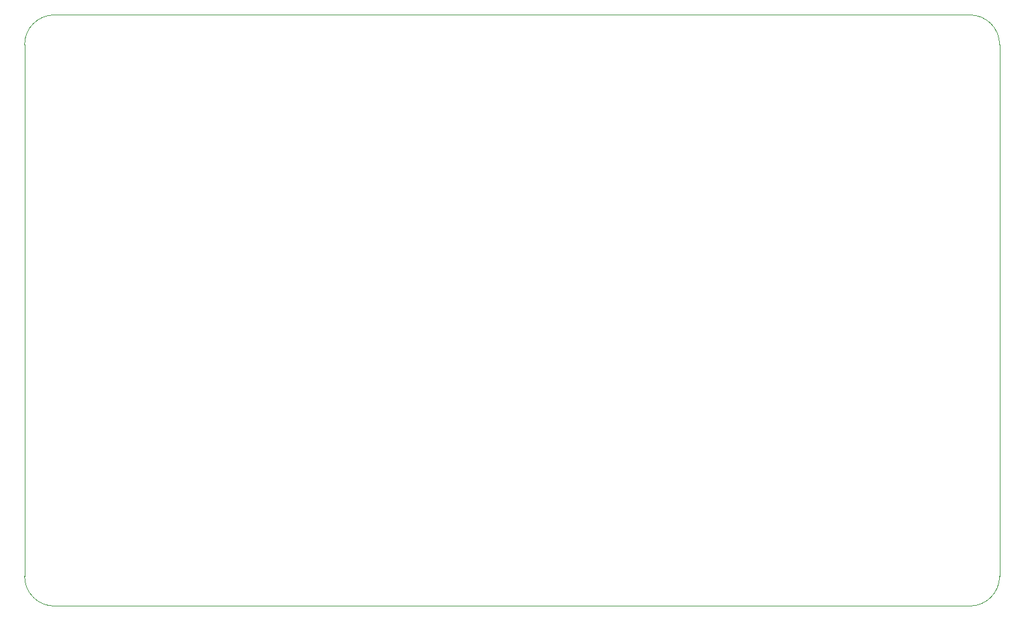
<source format=gm1>
G04 #@! TF.GenerationSoftware,KiCad,Pcbnew,(5.1.10-1-10_14)*
G04 #@! TF.CreationDate,2021-10-29T12:54:14+02:00*
G04 #@! TF.ProjectId,vga_sync,7667615f-7379-46e6-932e-6b696361645f,rev?*
G04 #@! TF.SameCoordinates,Original*
G04 #@! TF.FileFunction,Profile,NP*
%FSLAX46Y46*%
G04 Gerber Fmt 4.6, Leading zero omitted, Abs format (unit mm)*
G04 Created by KiCad (PCBNEW (5.1.10-1-10_14)) date 2021-10-29 12:54:14*
%MOMM*%
%LPD*%
G01*
G04 APERTURE LIST*
G04 #@! TA.AperFunction,Profile*
%ADD10C,0.050000*%
G04 #@! TD*
G04 APERTURE END LIST*
D10*
X237896400Y-142697200D02*
G75*
G02*
X233934000Y-146659600I-3962400J0D01*
G01*
X112064800Y-146659600D02*
G75*
G02*
X108102400Y-142697200I0J3962400D01*
G01*
X108102400Y-71882000D02*
G75*
G02*
X112064800Y-67919600I3962400J0D01*
G01*
X233934000Y-67919600D02*
G75*
G02*
X237896400Y-71882000I0J-3962400D01*
G01*
X108102400Y-142697200D02*
X108102400Y-71882000D01*
X233934000Y-146659600D02*
X112064800Y-146659600D01*
X237896400Y-71882000D02*
X237896400Y-142697200D01*
X112064800Y-67919600D02*
X233934000Y-67919600D01*
M02*

</source>
